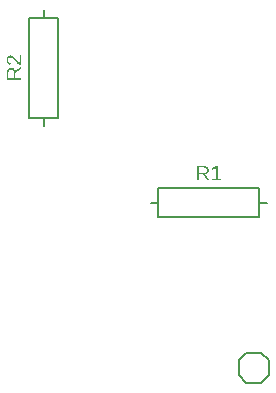
<source format=gbr>
G04 EAGLE Gerber RS-274X export*
G75*
%MOMM*%
%FSLAX34Y34*%
%LPD*%
%INSilkscreen Top*%
%IPPOS*%
%AMOC8*
5,1,8,0,0,1.08239X$1,22.5*%
G01*
G04 Define Apertures*
%ADD10C,0.127000*%
%ADD11C,0.152400*%
G36*
X-46424Y425250D02*
X-48097Y425250D01*
X-48097Y437591D01*
X-42290Y437591D01*
X-41784Y437576D01*
X-41308Y437532D01*
X-40861Y437460D01*
X-40443Y437358D01*
X-40056Y437226D01*
X-39698Y437066D01*
X-39370Y436877D01*
X-39072Y436658D01*
X-38806Y436413D01*
X-38575Y436146D01*
X-38380Y435856D01*
X-38221Y435542D01*
X-38097Y435206D01*
X-38008Y434847D01*
X-37955Y434466D01*
X-37937Y434061D01*
X-37950Y433724D01*
X-37988Y433401D01*
X-38050Y433091D01*
X-38138Y432795D01*
X-38250Y432513D01*
X-38388Y432245D01*
X-38551Y431990D01*
X-38739Y431749D01*
X-38949Y431525D01*
X-39178Y431324D01*
X-39425Y431143D01*
X-39536Y431077D01*
X-39692Y430985D01*
X-39978Y430848D01*
X-40283Y430732D01*
X-40607Y430639D01*
X-40950Y430566D01*
X-39459Y428303D01*
X-37447Y425250D01*
X-39374Y425250D01*
X-42579Y430374D01*
X-46424Y430374D01*
X-46424Y425250D01*
G37*
%LPC*%
G36*
X-42387Y431696D02*
X-42066Y431706D01*
X-41763Y431735D01*
X-41479Y431783D01*
X-41214Y431851D01*
X-40968Y431937D01*
X-40740Y432044D01*
X-40532Y432169D01*
X-40342Y432314D01*
X-40172Y432476D01*
X-40026Y432653D01*
X-39901Y432846D01*
X-39800Y433055D01*
X-39721Y433279D01*
X-39664Y433518D01*
X-39630Y433773D01*
X-39619Y434044D01*
X-39631Y434305D01*
X-39665Y434550D01*
X-39722Y434780D01*
X-39802Y434993D01*
X-39905Y435190D01*
X-40030Y435371D01*
X-40179Y435537D01*
X-40350Y435686D01*
X-40543Y435818D01*
X-40756Y435933D01*
X-40989Y436030D01*
X-41243Y436110D01*
X-41516Y436171D01*
X-41810Y436215D01*
X-42123Y436242D01*
X-42457Y436251D01*
X-46424Y436251D01*
X-46424Y431696D01*
X-42387Y431696D01*
G37*
%LPD*%
G36*
X-27500Y425250D02*
X-35234Y425250D01*
X-35234Y426590D01*
X-32089Y426590D01*
X-32089Y436084D01*
X-34875Y434096D01*
X-34875Y435585D01*
X-31958Y437591D01*
X-30504Y437591D01*
X-30504Y426590D01*
X-27500Y426590D01*
X-27500Y425250D01*
G37*
G36*
X-196650Y510703D02*
X-208991Y510703D01*
X-208991Y516510D01*
X-208976Y517016D01*
X-208932Y517492D01*
X-208860Y517939D01*
X-208758Y518357D01*
X-208626Y518744D01*
X-208466Y519102D01*
X-208277Y519430D01*
X-208058Y519728D01*
X-207813Y519994D01*
X-207546Y520225D01*
X-207256Y520420D01*
X-206942Y520579D01*
X-206606Y520703D01*
X-206247Y520792D01*
X-205866Y520845D01*
X-205461Y520863D01*
X-205124Y520850D01*
X-204801Y520813D01*
X-204491Y520750D01*
X-204195Y520662D01*
X-203913Y520550D01*
X-203645Y520412D01*
X-203390Y520249D01*
X-203149Y520061D01*
X-202925Y519851D01*
X-202724Y519622D01*
X-202543Y519375D01*
X-202477Y519264D01*
X-202385Y519108D01*
X-202248Y518822D01*
X-202132Y518517D01*
X-202039Y518193D01*
X-201966Y517850D01*
X-199703Y519341D01*
X-196650Y521353D01*
X-196650Y519426D01*
X-201774Y516221D01*
X-201774Y512376D01*
X-196650Y512376D01*
X-196650Y510703D01*
G37*
%LPC*%
G36*
X-203096Y512376D02*
X-203096Y516413D01*
X-203106Y516735D01*
X-203135Y517037D01*
X-203183Y517321D01*
X-203251Y517586D01*
X-203337Y517832D01*
X-203444Y518060D01*
X-203569Y518268D01*
X-203714Y518458D01*
X-203876Y518628D01*
X-204053Y518775D01*
X-204246Y518899D01*
X-204455Y519000D01*
X-204679Y519079D01*
X-204918Y519136D01*
X-205173Y519170D01*
X-205444Y519181D01*
X-205705Y519170D01*
X-205950Y519135D01*
X-206180Y519078D01*
X-206393Y518998D01*
X-206590Y518895D01*
X-206771Y518770D01*
X-206937Y518621D01*
X-207086Y518450D01*
X-207218Y518257D01*
X-207333Y518044D01*
X-207430Y517811D01*
X-207510Y517557D01*
X-207571Y517284D01*
X-207615Y516990D01*
X-207642Y516677D01*
X-207651Y516343D01*
X-207651Y512376D01*
X-203096Y512376D01*
G37*
%LPD*%
G36*
X-196650Y523102D02*
X-197762Y523102D01*
X-198260Y523338D01*
X-198727Y523598D01*
X-199164Y523883D01*
X-199571Y524193D01*
X-199954Y524519D01*
X-200318Y524853D01*
X-200663Y525195D01*
X-200990Y525546D01*
X-201602Y526252D01*
X-202168Y526952D01*
X-202711Y527614D01*
X-203254Y528208D01*
X-203529Y528475D01*
X-203810Y528715D01*
X-204098Y528928D01*
X-204393Y529115D01*
X-204700Y529266D01*
X-205028Y529374D01*
X-205375Y529439D01*
X-205741Y529461D01*
X-205988Y529452D01*
X-206221Y529424D01*
X-206439Y529377D01*
X-206643Y529312D01*
X-206833Y529228D01*
X-207009Y529126D01*
X-207171Y529005D01*
X-207318Y528865D01*
X-207449Y528709D01*
X-207563Y528538D01*
X-207659Y528353D01*
X-207738Y528154D01*
X-207800Y527939D01*
X-207843Y527711D01*
X-207870Y527468D01*
X-207878Y527210D01*
X-207870Y526964D01*
X-207844Y526728D01*
X-207801Y526504D01*
X-207742Y526291D01*
X-207665Y526089D01*
X-207571Y525899D01*
X-207459Y525719D01*
X-207331Y525550D01*
X-207187Y525395D01*
X-207030Y525258D01*
X-206858Y525137D01*
X-206673Y525032D01*
X-206474Y524945D01*
X-206261Y524874D01*
X-206034Y524821D01*
X-205794Y524784D01*
X-205943Y523172D01*
X-206303Y523230D01*
X-206645Y523316D01*
X-206968Y523431D01*
X-207272Y523574D01*
X-207557Y523745D01*
X-207823Y523945D01*
X-208070Y524173D01*
X-208299Y524429D01*
X-208504Y524709D01*
X-208682Y525008D01*
X-208833Y525327D01*
X-208956Y525665D01*
X-209052Y526022D01*
X-209120Y526399D01*
X-209161Y526795D01*
X-209175Y527210D01*
X-209161Y527663D01*
X-209120Y528089D01*
X-209051Y528488D01*
X-208955Y528860D01*
X-208831Y529205D01*
X-208680Y529523D01*
X-208501Y529814D01*
X-208294Y530078D01*
X-208063Y530313D01*
X-207808Y530517D01*
X-207530Y530689D01*
X-207229Y530830D01*
X-206905Y530940D01*
X-206558Y531018D01*
X-206187Y531065D01*
X-205794Y531081D01*
X-205435Y531061D01*
X-205078Y530999D01*
X-204722Y530896D01*
X-204366Y530753D01*
X-204012Y530569D01*
X-203657Y530344D01*
X-203302Y530080D01*
X-202947Y529776D01*
X-202544Y529378D01*
X-202043Y528832D01*
X-201445Y528139D01*
X-200749Y527297D01*
X-200347Y526820D01*
X-199966Y526393D01*
X-199605Y526018D01*
X-199264Y525695D01*
X-198937Y525418D01*
X-198615Y525182D01*
X-198300Y524989D01*
X-197990Y524836D01*
X-197990Y531274D01*
X-196650Y531274D01*
X-196650Y523102D01*
G37*
D10*
X-80600Y418900D02*
X-80600Y393900D01*
X4400Y393900D01*
X4400Y418900D01*
X-80600Y418900D01*
X-80600Y406400D02*
X-87210Y406400D01*
X4400Y406400D02*
X11010Y406400D01*
X-165300Y478200D02*
X-190300Y478200D01*
X-165300Y478200D02*
X-165300Y563200D01*
X-190300Y563200D01*
X-190300Y478200D01*
X-177800Y478200D02*
X-177800Y471590D01*
X-177800Y563200D02*
X-177800Y569810D01*
D11*
X-6350Y279400D02*
X6350Y279400D01*
X12700Y273050D01*
X12700Y260350D01*
X6350Y254000D01*
X-12700Y260350D02*
X-12700Y273050D01*
X-6350Y279400D01*
X-12700Y260350D02*
X-6350Y254000D01*
X6350Y254000D01*
M02*

</source>
